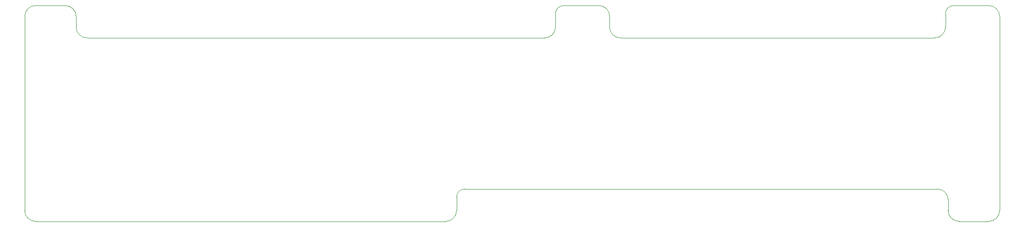
<source format=gbr>
%TF.GenerationSoftware,KiCad,Pcbnew,6.0.11+dfsg-1~bpo11+1*%
%TF.CreationDate,2023-04-21T11:36:43+08:00*%
%TF.ProjectId,EuroPowerBoard,4575726f-506f-4776-9572-426f6172642e,rev?*%
%TF.SameCoordinates,Original*%
%TF.FileFunction,Profile,NP*%
%FSLAX46Y46*%
G04 Gerber Fmt 4.6, Leading zero omitted, Abs format (unit mm)*
G04 Created by KiCad (PCBNEW 6.0.11+dfsg-1~bpo11+1) date 2023-04-21 11:36:43*
%MOMM*%
%LPD*%
G01*
G04 APERTURE LIST*
%TA.AperFunction,Profile*%
%ADD10C,0.100000*%
%TD*%
G04 APERTURE END LIST*
D10*
X136500000Y-46000000D02*
X143000000Y-46000000D01*
X48500001Y-51999999D02*
X133000000Y-52000000D01*
X39000000Y-46000000D02*
X44500001Y-45999999D01*
X46500001Y-49999999D02*
G75*
G03*
X48500001Y-51999999I1999999J-1D01*
G01*
X46500001Y-47999999D02*
X46500001Y-49999999D01*
X46500001Y-47999999D02*
G75*
G03*
X44500001Y-45999999I-1999999J1D01*
G01*
X145000000Y-48000000D02*
X145000000Y-50000000D01*
X145000000Y-48000000D02*
G75*
G03*
X143000000Y-46000000I-1999999J1D01*
G01*
X145000000Y-50000000D02*
G75*
G03*
X147000000Y-52000000I1999999J-1D01*
G01*
X205000000Y-52000000D02*
X147000000Y-52000000D01*
X205000000Y-52000000D02*
G75*
G03*
X207000000Y-50000000I1J1999999D01*
G01*
X208500000Y-46000000D02*
G75*
G03*
X207000000Y-47500000I0J-1500000D01*
G01*
X207000000Y-47500000D02*
X207000000Y-50000000D01*
X133000000Y-52000000D02*
G75*
G03*
X135000000Y-50000000I1J1999999D01*
G01*
X136500000Y-46000000D02*
G75*
G03*
X135000000Y-47500000I0J-1500000D01*
G01*
X135000000Y-47500000D02*
X135000000Y-50000000D01*
X215000000Y-86000000D02*
X209500000Y-86000000D01*
X207500000Y-84000000D02*
G75*
G03*
X209500000Y-86000000I2000000J0D01*
G01*
X207500000Y-82000000D02*
G75*
G03*
X205500000Y-80000000I-2000000J0D01*
G01*
X114750000Y-86000000D02*
G75*
G03*
X116750000Y-84000000I0J2000000D01*
G01*
X118250000Y-80000000D02*
G75*
G03*
X116750000Y-81500000I0J-1500000D01*
G01*
X207500000Y-84000000D02*
X207500000Y-82000000D01*
X116750000Y-81500000D02*
X116750000Y-84000000D01*
X114750000Y-86000000D02*
X112250000Y-86000000D01*
X205500000Y-80000000D02*
X118250000Y-80000000D01*
X217000000Y-48000000D02*
G75*
G03*
X215000000Y-46000000I-2000000J0D01*
G01*
X215000000Y-86000000D02*
G75*
G03*
X217000000Y-84000000I0J2000000D01*
G01*
X37000000Y-84000000D02*
G75*
G03*
X39000000Y-86000000I2000000J0D01*
G01*
X39000000Y-46000000D02*
G75*
G03*
X37000000Y-48000000I0J-2000000D01*
G01*
X37000000Y-84000000D02*
X37000000Y-48000000D01*
X112250000Y-86000000D02*
X39000000Y-86000000D01*
X217000000Y-48000000D02*
X217000000Y-84000000D01*
X208500000Y-46000000D02*
X215000000Y-46000000D01*
M02*

</source>
